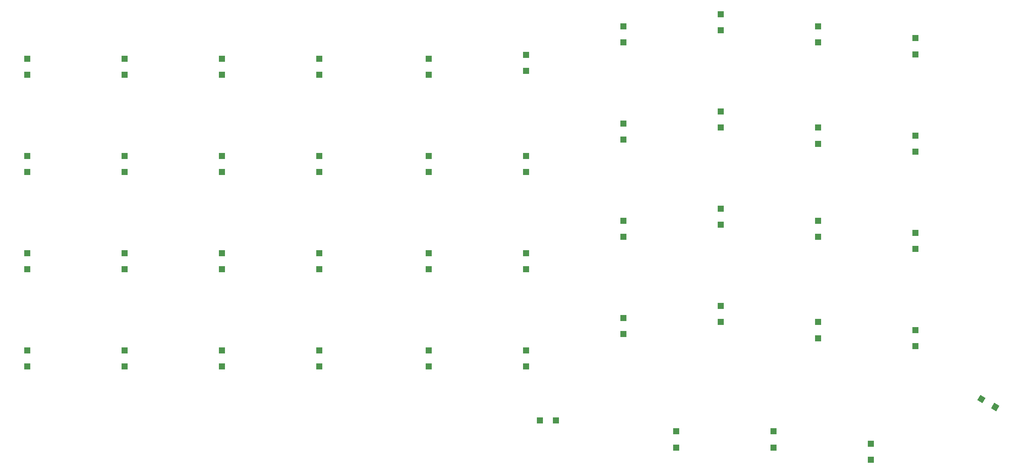
<source format=gbr>
%TF.GenerationSoftware,KiCad,Pcbnew,(5.1.9-0-10_14)*%
%TF.CreationDate,2021-04-26T22:39:47-05:00*%
%TF.ProjectId,wren-numpad,7772656e-2d6e-4756-9d70-61642e6b6963,rev?*%
%TF.SameCoordinates,Original*%
%TF.FileFunction,Paste,Bot*%
%TF.FilePolarity,Positive*%
%FSLAX46Y46*%
G04 Gerber Fmt 4.6, Leading zero omitted, Abs format (unit mm)*
G04 Created by KiCad (PCBNEW (5.1.9-0-10_14)) date 2021-04-26 22:39:47*
%MOMM*%
%LPD*%
G01*
G04 APERTURE LIST*
%ADD10R,1.200000X1.200000*%
%ADD11C,0.100000*%
G04 APERTURE END LIST*
D10*
%TO.C,D43*%
X201609500Y-111112500D03*
X201609500Y-107962500D03*
%TD*%
%TO.C,D45*%
X155867000Y-105822750D03*
X159017000Y-105822750D03*
%TD*%
%TO.C,D44*%
X182562500Y-111112500D03*
X182562500Y-107962500D03*
%TD*%
%TO.C,D42*%
X220653500Y-113493750D03*
X220653500Y-110343750D03*
%TD*%
D11*
%TO.C,D41*%
G36*
X245851605Y-102961635D02*
G01*
X245251605Y-104000865D01*
X244212375Y-103400865D01*
X244812375Y-102361635D01*
X245851605Y-102961635D01*
G37*
G36*
X243123625Y-101386635D02*
G01*
X242523625Y-102425865D01*
X241484395Y-101825865D01*
X242084395Y-100786635D01*
X243123625Y-101386635D01*
G37*
%TD*%
D10*
%TO.C,D40*%
X55605500Y-95237500D03*
X55605500Y-92087500D03*
%TD*%
%TO.C,D39*%
X74649500Y-95237500D03*
X74649500Y-92087500D03*
%TD*%
%TO.C,D38*%
X93693500Y-95225000D03*
X93693500Y-92075000D03*
%TD*%
%TO.C,D37*%
X112737500Y-95237500D03*
X112737500Y-92087500D03*
%TD*%
%TO.C,D36*%
X134162000Y-95237500D03*
X134162000Y-92087500D03*
%TD*%
%TO.C,D35*%
X153206000Y-95237500D03*
X153206000Y-92087500D03*
%TD*%
%TO.C,D34*%
X172250000Y-88887500D03*
X172250000Y-85737500D03*
%TD*%
%TO.C,D33*%
X191294000Y-86506250D03*
X191294000Y-83356250D03*
%TD*%
%TO.C,D32*%
X210338000Y-89681250D03*
X210338000Y-86531250D03*
%TD*%
%TO.C,D31*%
X229382000Y-91268750D03*
X229382000Y-88118750D03*
%TD*%
%TO.C,D30*%
X55605500Y-76187500D03*
X55605500Y-73037500D03*
%TD*%
%TO.C,D29*%
X74649500Y-76187500D03*
X74649500Y-73037500D03*
%TD*%
%TO.C,D28*%
X93693500Y-76187500D03*
X93693500Y-73037500D03*
%TD*%
%TO.C,D27*%
X112737500Y-76187500D03*
X112737500Y-73037500D03*
%TD*%
%TO.C,D26*%
X134162000Y-76187500D03*
X134162000Y-73037500D03*
%TD*%
%TO.C,D25*%
X153206000Y-76187500D03*
X153206000Y-73037500D03*
%TD*%
%TO.C,D24*%
X172250000Y-69837500D03*
X172250000Y-66687500D03*
%TD*%
%TO.C,D23*%
X191294000Y-67456250D03*
X191294000Y-64306250D03*
%TD*%
%TO.C,D22*%
X210338000Y-69837500D03*
X210338000Y-66687500D03*
%TD*%
%TO.C,D21*%
X229382000Y-72218750D03*
X229382000Y-69068750D03*
%TD*%
%TO.C,D20*%
X55605500Y-57137500D03*
X55605500Y-53987500D03*
%TD*%
%TO.C,D19*%
X74649500Y-57137500D03*
X74649500Y-53987500D03*
%TD*%
%TO.C,D18*%
X93693500Y-57137500D03*
X93693500Y-53987500D03*
%TD*%
%TO.C,D17*%
X112737500Y-57137500D03*
X112737500Y-53987500D03*
%TD*%
%TO.C,D16*%
X134162000Y-57137500D03*
X134162000Y-53987500D03*
%TD*%
%TO.C,D15*%
X153206000Y-57137500D03*
X153206000Y-53987500D03*
%TD*%
%TO.C,D14*%
X172250000Y-50787500D03*
X172250000Y-47637500D03*
%TD*%
%TO.C,D13*%
X191294000Y-48406250D03*
X191294000Y-45256250D03*
%TD*%
%TO.C,D12*%
X210338000Y-51581250D03*
X210338000Y-48431250D03*
%TD*%
%TO.C,D11*%
X229382000Y-53168750D03*
X229382000Y-50018750D03*
%TD*%
%TO.C,D10*%
X55605500Y-38087500D03*
X55605500Y-34937500D03*
%TD*%
%TO.C,D9*%
X74649500Y-38087500D03*
X74649500Y-34937500D03*
%TD*%
%TO.C,D8*%
X93693500Y-38087500D03*
X93693500Y-34937500D03*
%TD*%
%TO.C,D7*%
X112737500Y-38087500D03*
X112737500Y-34937500D03*
%TD*%
%TO.C,D6*%
X134162000Y-38087500D03*
X134162000Y-34937500D03*
%TD*%
%TO.C,D5*%
X153206000Y-37293750D03*
X153206000Y-34143750D03*
%TD*%
%TO.C,D4*%
X172250000Y-31737500D03*
X172250000Y-28587500D03*
%TD*%
%TO.C,D3*%
X191294000Y-29356250D03*
X191294000Y-26206250D03*
%TD*%
%TO.C,D2*%
X210338000Y-31737500D03*
X210338000Y-28587500D03*
%TD*%
%TO.C,D1*%
X229382000Y-34056250D03*
X229382000Y-30906250D03*
%TD*%
M02*

</source>
